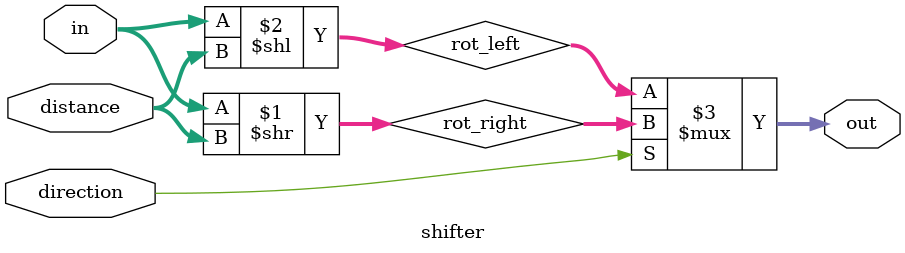
<source format=v>
module shifter #(parameter WIDTH=5) 
(
    input  wire [WIDTH-1:0] in,
    input  wire  direction,
    input  wire [2:0] distance,
    output wire [WIDTH-1:0] out
);

	// Declarations
    wire[WIDTH-1:0] rot_left, rot_right;

	   // right rotation - >> shift
      assign rot_right = in >> distance; 
               
	   // left rotation  - << shift
	   assign rot_left = in << distance;
	   
	// Output mux logic - ternary operator
	   // tells us what direction to use
	assign out = direction ? rot_right : rot_left;
	
endmodule



</source>
